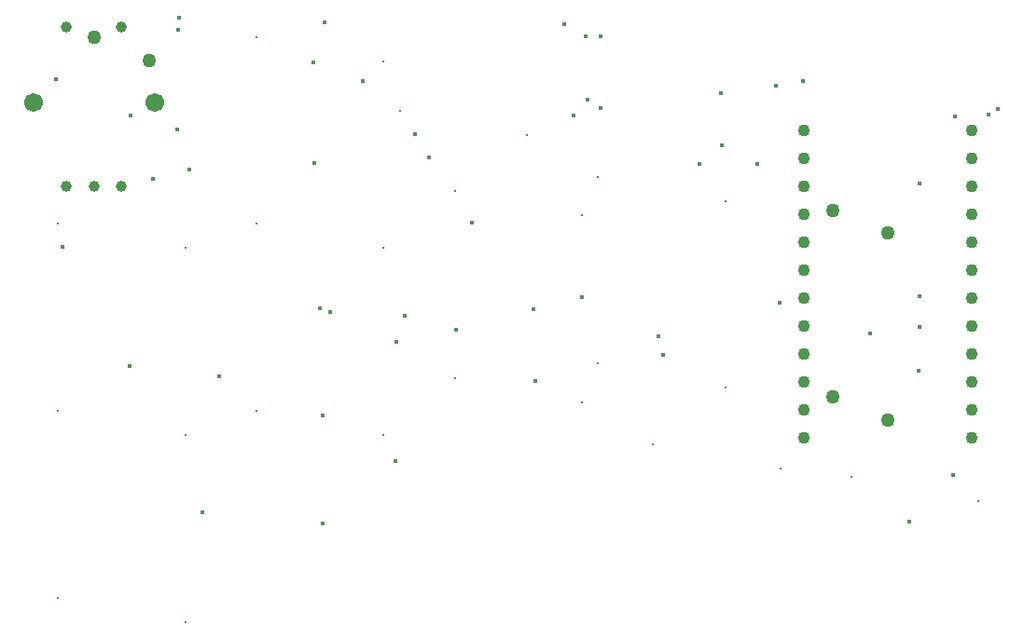
<source format=gbr>
%TF.GenerationSoftware,KiCad,Pcbnew,(7.0.0-0)*%
%TF.CreationDate,2023-06-15T15:06:01+08:00*%
%TF.ProjectId,left,6c656674-2e6b-4696-9361-645f70636258,v1.0.0*%
%TF.SameCoordinates,Original*%
%TF.FileFunction,Plated,1,2,PTH,Drill*%
%TF.FilePolarity,Positive*%
%FSLAX46Y46*%
G04 Gerber Fmt 4.6, Leading zero omitted, Abs format (unit mm)*
G04 Created by KiCad (PCBNEW (7.0.0-0)) date 2023-06-15 15:06:01*
%MOMM*%
%LPD*%
G01*
G04 APERTURE LIST*
%TA.AperFunction,ComponentDrill*%
%ADD10C,0.300000*%
%TD*%
%TA.AperFunction,ViaDrill*%
%ADD11C,0.400000*%
%TD*%
%TA.AperFunction,ComponentDrill*%
%ADD12C,1.000000*%
%TD*%
%TA.AperFunction,ComponentDrill*%
%ADD13C,1.092200*%
%TD*%
%TA.AperFunction,ComponentDrill*%
%ADD14C,1.270000*%
%TD*%
%TA.AperFunction,ComponentDrill*%
%ADD15C,1.701800*%
%TD*%
G04 APERTURE END LIST*
D10*
%TO.C,S3*%
X-3275000Y39950000D03*
%TO.C,S4*%
X-3275000Y22950000D03*
%TO.C,S5*%
X-3275000Y5950000D03*
%TO.C,S3*%
X8275000Y37750000D03*
%TO.C,S4*%
X8275000Y20750000D03*
%TO.C,S5*%
X8275000Y3750000D03*
%TO.C,S6*%
X14725000Y56950000D03*
%TO.C,S7*%
X14725000Y39950000D03*
%TO.C,S8*%
X14725000Y22950000D03*
%TO.C,S6*%
X26275000Y54750000D03*
%TO.C,S7*%
X26275000Y37750000D03*
%TO.C,S8*%
X26275000Y20750000D03*
%TO.C,S9*%
X27725000Y50250000D03*
%TO.C,S10*%
X32725000Y42950000D03*
%TO.C,S11*%
X32725000Y25950000D03*
%TO.C,S9*%
X39275000Y48050000D03*
%TO.C,S10*%
X44275000Y40750000D03*
%TO.C,S11*%
X44275000Y23750000D03*
%TO.C,S12*%
X45725000Y44250000D03*
%TO.C,S13*%
X45725000Y27250000D03*
%TO.C,S14*%
X50725000Y19950000D03*
%TO.C,S12*%
X57275000Y42050000D03*
%TO.C,S13*%
X57275000Y25050000D03*
%TO.C,S14*%
X62275000Y17750000D03*
%TO.C,S15*%
X68725000Y16950000D03*
X80275000Y14750000D03*
%TD*%
D11*
X-3500000Y53100000D03*
X-2900000Y37900000D03*
X3200000Y27000000D03*
X3300000Y49800000D03*
X5357018Y44057018D03*
X7500000Y48500000D03*
X7600000Y57600000D03*
X7687701Y58712299D03*
X8600000Y44900000D03*
X9800000Y13700000D03*
X11300000Y26100000D03*
X19900000Y54600000D03*
X20000000Y45500000D03*
X20500000Y32300000D03*
X20700000Y22500000D03*
X20700000Y12700000D03*
X20900000Y58300000D03*
X21413357Y31894063D03*
X24400000Y52950400D03*
X27300000Y18400000D03*
X27400000Y29200000D03*
X28200000Y31600000D03*
X29100000Y48100000D03*
X30400000Y46000000D03*
X32800000Y30300000D03*
X34300000Y40100000D03*
X39900000Y32200000D03*
X40000000Y25700000D03*
X42700000Y58124500D03*
X43500000Y49800000D03*
X44275000Y33300000D03*
X44600000Y57000000D03*
X44800000Y51200000D03*
X46000000Y57000000D03*
X46000000Y50475500D03*
X51200000Y29700000D03*
X51600000Y28000000D03*
X54900000Y45400000D03*
X56900000Y51800000D03*
X57000000Y47100000D03*
X60200000Y45400000D03*
X61900000Y52500000D03*
X62200000Y32800000D03*
X64300000Y52900000D03*
X70400000Y30000000D03*
X74000000Y12900000D03*
X74800000Y26600000D03*
X74900000Y43600000D03*
X74900000Y33400000D03*
X74900000Y30600000D03*
X78000000Y17100000D03*
X78100000Y49751000D03*
X81152424Y49870265D03*
X82000000Y50400000D03*
D12*
%TO.C,ROT1*%
X-2540000Y57880000D03*
X-2540000Y43380000D03*
X-40000Y43380000D03*
X2460000Y57880000D03*
X2460000Y43380000D03*
D13*
%TO.C,MCU1*%
X64380000Y48470000D03*
X64380000Y45930000D03*
X64380000Y43390000D03*
X64380000Y40850000D03*
X64380000Y38310000D03*
X64380000Y35770000D03*
X64380000Y33230000D03*
X64380000Y30690000D03*
X64380000Y28150000D03*
X64380000Y25610000D03*
X64380000Y23070000D03*
X64380000Y20530000D03*
X79620000Y48470000D03*
X79620000Y45930000D03*
X79620000Y43390000D03*
X79620000Y40850000D03*
X79620000Y38310000D03*
X79620000Y35770000D03*
X79620000Y33230000D03*
X79620000Y30690000D03*
X79620000Y28150000D03*
X79620000Y25610000D03*
X79620000Y23070000D03*
X79620000Y20530000D03*
D14*
%TO.C,ROT1*%
X0Y56900000D03*
X5000000Y54800000D03*
%TO.C,S1*%
X67000000Y41200000D03*
%TO.C,S2*%
X67000000Y24200000D03*
%TO.C,S1*%
X72000000Y39100000D03*
%TO.C,S2*%
X72000000Y22100000D03*
D15*
%TO.C,ROT1*%
X-5500000Y51000000D03*
X5500000Y51000000D03*
M02*

</source>
